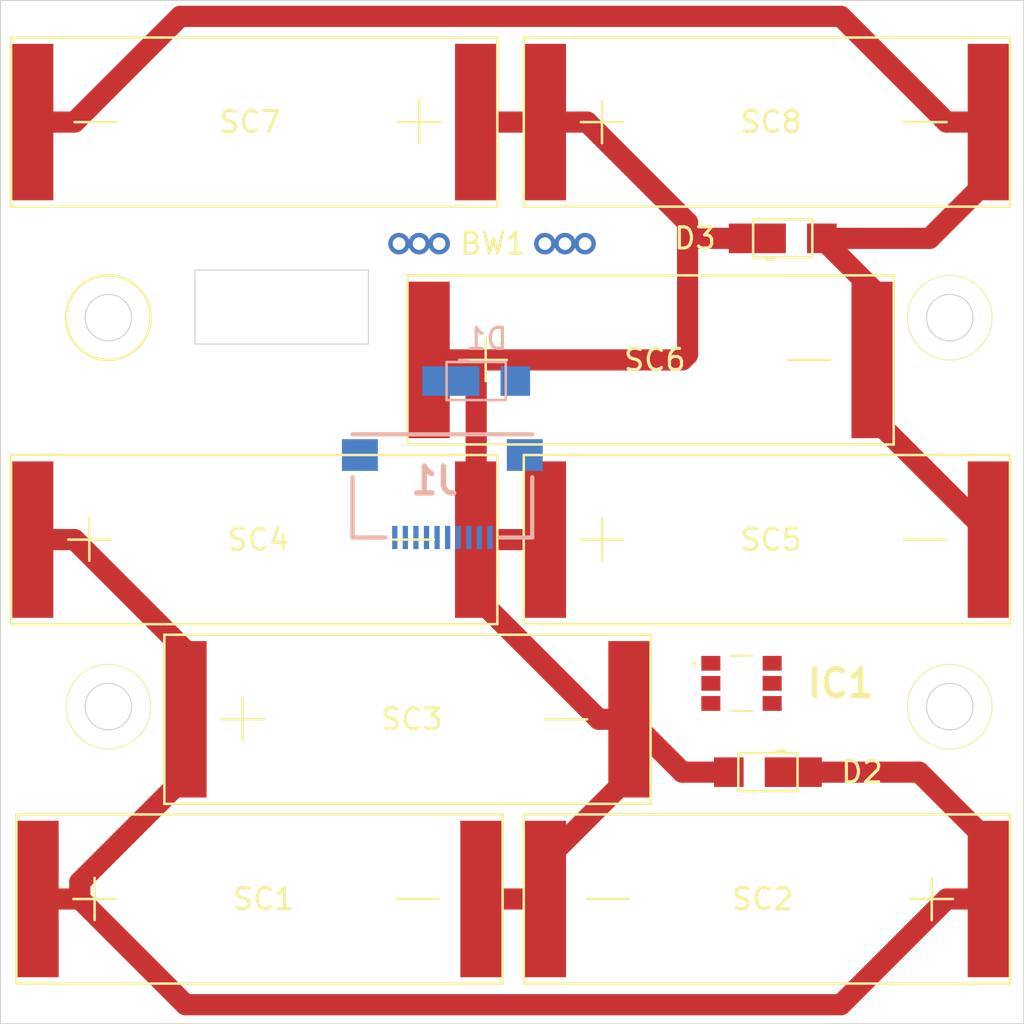
<source format=kicad_pcb>
(kicad_pcb (version 20171130) (host pcbnew "(5.1.4)-1")

  (general
    (thickness 1.6)
    (drawings 16)
    (tracks 54)
    (zones 0)
    (modules 14)
    (nets 27)
  )

  (page A4)
  (layers
    (0 F.Cu signal hide)
    (1 In1.Cu signal)
    (2 In2.Cu signal hide)
    (3 In3.Cu signal hide)
    (4 In4.Cu signal hide)
    (31 B.Cu signal hide)
    (32 B.Adhes user hide)
    (33 F.Adhes user hide)
    (34 B.Paste user hide)
    (35 F.Paste user hide)
    (36 B.SilkS user hide)
    (37 F.SilkS user hide)
    (38 B.Mask user hide)
    (39 F.Mask user hide)
    (40 Dwgs.User user hide)
    (41 Cmts.User user hide)
    (42 Eco1.User user hide)
    (43 Eco2.User user hide)
    (44 Edge.Cuts user)
    (45 Margin user hide)
    (46 B.CrtYd user hide)
    (47 F.CrtYd user hide)
    (48 B.Fab user hide)
    (49 F.Fab user hide)
  )

  (setup
    (last_trace_width 1)
    (user_trace_width 0.127)
    (user_trace_width 0.5)
    (user_trace_width 1)
    (trace_clearance 0.2)
    (zone_clearance 0.508)
    (zone_45_only no)
    (trace_min 0.2)
    (via_size 0.8)
    (via_drill 0.4)
    (via_min_size 0.4)
    (via_min_drill 0.3)
    (uvia_size 0.3)
    (uvia_drill 0.1)
    (uvias_allowed no)
    (uvia_min_size 0.2)
    (uvia_min_drill 0.1)
    (edge_width 0.05)
    (segment_width 0.2)
    (pcb_text_width 0.3)
    (pcb_text_size 1.5 1.5)
    (mod_edge_width 0.12)
    (mod_text_size 1 1)
    (mod_text_width 0.15)
    (pad_size 2.7 1.4)
    (pad_drill 0)
    (pad_to_mask_clearance 0.051)
    (solder_mask_min_width 0.25)
    (aux_axis_origin 0 0)
    (visible_elements 7FFFF7FF)
    (pcbplotparams
      (layerselection 0x010fc_ffffffff)
      (usegerberextensions false)
      (usegerberattributes false)
      (usegerberadvancedattributes false)
      (creategerberjobfile false)
      (excludeedgelayer true)
      (linewidth 0.100000)
      (plotframeref false)
      (viasonmask false)
      (mode 1)
      (useauxorigin false)
      (hpglpennumber 1)
      (hpglpenspeed 20)
      (hpglpendiameter 15.000000)
      (psnegative false)
      (psa4output false)
      (plotreference true)
      (plotvalue true)
      (plotinvisibletext false)
      (padsonsilk false)
      (subtractmaskfromsilk false)
      (outputformat 1)
      (mirror false)
      (drillshape 1)
      (scaleselection 1)
      (outputdirectory ""))
  )

  (net 0 "")
  (net 1 "Net-(D1-Pad2)")
  (net 2 "Net-(D1-Pad1)")
  (net 3 "Net-(BW1-Pad200)")
  (net 4 "Net-(BW1-Pad20)")
  (net 5 "Net-(BW1-Pad100)")
  (net 6 "Net-(BW1-Pad10)")
  (net 7 "Net-(BW1-Pad2)")
  (net 8 "Net-(BW1-Pad1)")
  (net 9 "Net-(D2-Pad2)")
  (net 10 "Net-(D3-Pad2)")
  (net 11 "Net-(IC1-Pad6)")
  (net 12 "Net-(IC1-Pad5)")
  (net 13 "Net-(IC1-Pad4)")
  (net 14 "Net-(IC1-Pad3)")
  (net 15 "Net-(IC1-Pad2)")
  (net 16 "Net-(IC1-Pad1)")
  (net 17 "Net-(J1-Pad1)")
  (net 18 "Net-(J1-Pad2)")
  (net 19 "Net-(J1-Pad3)")
  (net 20 "Net-(J1-Pad4)")
  (net 21 "Net-(J1-Pad5)")
  (net 22 "Net-(J1-Pad6)")
  (net 23 "Net-(J1-Pad7)")
  (net 24 "Net-(J1-Pad8)")
  (net 25 "Net-(J1-Pad9)")
  (net 26 "Net-(J1-Pad10)")

  (net_class Default "This is the default net class."
    (clearance 0.2)
    (trace_width 0.25)
    (via_dia 0.8)
    (via_drill 0.4)
    (uvia_dia 0.3)
    (uvia_drill 0.1)
    (add_net "Net-(BW1-Pad1)")
    (add_net "Net-(BW1-Pad10)")
    (add_net "Net-(BW1-Pad100)")
    (add_net "Net-(BW1-Pad2)")
    (add_net "Net-(BW1-Pad20)")
    (add_net "Net-(BW1-Pad200)")
    (add_net "Net-(D1-Pad1)")
    (add_net "Net-(D1-Pad2)")
    (add_net "Net-(D2-Pad2)")
    (add_net "Net-(D3-Pad2)")
    (add_net "Net-(IC1-Pad1)")
    (add_net "Net-(IC1-Pad2)")
    (add_net "Net-(IC1-Pad3)")
    (add_net "Net-(IC1-Pad4)")
    (add_net "Net-(IC1-Pad5)")
    (add_net "Net-(IC1-Pad6)")
    (add_net "Net-(J1-Pad1)")
    (add_net "Net-(J1-Pad10)")
    (add_net "Net-(J1-Pad2)")
    (add_net "Net-(J1-Pad3)")
    (add_net "Net-(J1-Pad4)")
    (add_net "Net-(J1-Pad5)")
    (add_net "Net-(J1-Pad6)")
    (add_net "Net-(J1-Pad7)")
    (add_net "Net-(J1-Pad8)")
    (add_net "Net-(J1-Pad9)")
  )

  (module SolarCellParts:KXOB25-05X3F (layer F.Cu) (tedit 5DADF49B) (tstamp 5DB114EA)
    (at 115.75 45.75)
    (path /5DB1477B)
    (fp_text reference SC8 (at 10.7 0) (layer F.SilkS)
      (effects (font (size 1 1) (thickness 0.15)))
    )
    (fp_text value SolarCell (at 10.3 -5) (layer F.Fab)
      (effects (font (size 1 1) (thickness 0.15)))
    )
    (fp_line (start 17 0) (end 19 0) (layer F.SilkS) (width 0.12))
    (fp_line (start 1.7 0) (end 3.7 0) (layer F.SilkS) (width 0.12))
    (fp_line (start 2.7 -1) (end 2.7 1) (layer F.SilkS) (width 0.12))
    (fp_line (start -1 4) (end -1 -4) (layer F.SilkS) (width 0.12))
    (fp_line (start 22 4) (end -1 4) (layer F.SilkS) (width 0.12))
    (fp_line (start 22 -4) (end 22 4) (layer F.SilkS) (width 0.12))
    (fp_line (start -1 -4) (end 22 -4) (layer F.SilkS) (width 0.12))
    (pad 2 smd rect (at 21 0) (size 2 7.4) (layers F.Cu F.Paste F.Mask)
      (net 10 "Net-(D3-Pad2)"))
    (pad 1 smd rect (at 0 0) (size 2 7.4) (layers F.Cu F.Paste F.Mask)
      (net 9 "Net-(D2-Pad2)"))
  )

  (module SolarCellParts:KXOB25-05X3F (layer F.Cu) (tedit 5DADF49B) (tstamp 5DB114DD)
    (at 112.5 45.75 180)
    (path /5DB1443E)
    (fp_text reference SC7 (at 10.7 0) (layer F.SilkS)
      (effects (font (size 1 1) (thickness 0.15)))
    )
    (fp_text value SolarCell (at 10.3 -5) (layer F.Fab)
      (effects (font (size 1 1) (thickness 0.15)))
    )
    (fp_line (start 17 0) (end 19 0) (layer F.SilkS) (width 0.12))
    (fp_line (start 1.7 0) (end 3.7 0) (layer F.SilkS) (width 0.12))
    (fp_line (start 2.7 -1) (end 2.7 1) (layer F.SilkS) (width 0.12))
    (fp_line (start -1 4) (end -1 -4) (layer F.SilkS) (width 0.12))
    (fp_line (start 22 4) (end -1 4) (layer F.SilkS) (width 0.12))
    (fp_line (start 22 -4) (end 22 4) (layer F.SilkS) (width 0.12))
    (fp_line (start -1 -4) (end 22 -4) (layer F.SilkS) (width 0.12))
    (pad 2 smd rect (at 21 0 180) (size 2 7.4) (layers F.Cu F.Paste F.Mask)
      (net 10 "Net-(D3-Pad2)"))
    (pad 1 smd rect (at 0 0 180) (size 2 7.4) (layers F.Cu F.Paste F.Mask)
      (net 9 "Net-(D2-Pad2)"))
  )

  (module SolarCellParts:KXOB25-05X3F (layer F.Cu) (tedit 5DADF49B) (tstamp 5DB114D0)
    (at 110.25 57)
    (path /5DB1416C)
    (fp_text reference SC6 (at 10.7 0) (layer F.SilkS)
      (effects (font (size 1 1) (thickness 0.15)))
    )
    (fp_text value SolarCell (at 10.3 -5) (layer F.Fab)
      (effects (font (size 1 1) (thickness 0.15)))
    )
    (fp_line (start 17 0) (end 19 0) (layer F.SilkS) (width 0.12))
    (fp_line (start 1.7 0) (end 3.7 0) (layer F.SilkS) (width 0.12))
    (fp_line (start 2.7 -1) (end 2.7 1) (layer F.SilkS) (width 0.12))
    (fp_line (start -1 4) (end -1 -4) (layer F.SilkS) (width 0.12))
    (fp_line (start 22 4) (end -1 4) (layer F.SilkS) (width 0.12))
    (fp_line (start 22 -4) (end 22 4) (layer F.SilkS) (width 0.12))
    (fp_line (start -1 -4) (end 22 -4) (layer F.SilkS) (width 0.12))
    (pad 2 smd rect (at 21 0) (size 2 7.4) (layers F.Cu F.Paste F.Mask)
      (net 10 "Net-(D3-Pad2)"))
    (pad 1 smd rect (at 0 0) (size 2 7.4) (layers F.Cu F.Paste F.Mask)
      (net 9 "Net-(D2-Pad2)"))
  )

  (module SolarCellParts:KXOB25-05X3F (layer F.Cu) (tedit 5DADF49B) (tstamp 5DB114C3)
    (at 115.75 65.5)
    (path /5DB13ECF)
    (fp_text reference SC5 (at 10.7 0) (layer F.SilkS)
      (effects (font (size 1 1) (thickness 0.15)))
    )
    (fp_text value SolarCell (at 10.3 -5) (layer F.Fab)
      (effects (font (size 1 1) (thickness 0.15)))
    )
    (fp_line (start 17 0) (end 19 0) (layer F.SilkS) (width 0.12))
    (fp_line (start 1.7 0) (end 3.7 0) (layer F.SilkS) (width 0.12))
    (fp_line (start 2.7 -1) (end 2.7 1) (layer F.SilkS) (width 0.12))
    (fp_line (start -1 4) (end -1 -4) (layer F.SilkS) (width 0.12))
    (fp_line (start 22 4) (end -1 4) (layer F.SilkS) (width 0.12))
    (fp_line (start 22 -4) (end 22 4) (layer F.SilkS) (width 0.12))
    (fp_line (start -1 -4) (end 22 -4) (layer F.SilkS) (width 0.12))
    (pad 2 smd rect (at 21 0) (size 2 7.4) (layers F.Cu F.Paste F.Mask)
      (net 10 "Net-(D3-Pad2)"))
    (pad 1 smd rect (at 0 0) (size 2 7.4) (layers F.Cu F.Paste F.Mask)
      (net 9 "Net-(D2-Pad2)"))
  )

  (module SolarCellParts:KXOB25-05X3F (layer F.Cu) (tedit 5DADF49B) (tstamp 5DB114B6)
    (at 91.5 65.5)
    (path /5DB13B49)
    (fp_text reference SC4 (at 10.7 0) (layer F.SilkS)
      (effects (font (size 1 1) (thickness 0.15)))
    )
    (fp_text value SolarCell (at 10.3 -5) (layer F.Fab)
      (effects (font (size 1 1) (thickness 0.15)))
    )
    (fp_line (start 17 0) (end 19 0) (layer F.SilkS) (width 0.12))
    (fp_line (start 1.7 0) (end 3.7 0) (layer F.SilkS) (width 0.12))
    (fp_line (start 2.7 -1) (end 2.7 1) (layer F.SilkS) (width 0.12))
    (fp_line (start -1 4) (end -1 -4) (layer F.SilkS) (width 0.12))
    (fp_line (start 22 4) (end -1 4) (layer F.SilkS) (width 0.12))
    (fp_line (start 22 -4) (end 22 4) (layer F.SilkS) (width 0.12))
    (fp_line (start -1 -4) (end 22 -4) (layer F.SilkS) (width 0.12))
    (pad 2 smd rect (at 21 0) (size 2 7.4) (layers F.Cu F.Paste F.Mask)
      (net 9 "Net-(D2-Pad2)"))
    (pad 1 smd rect (at 0 0) (size 2 7.4) (layers F.Cu F.Paste F.Mask)
      (net 1 "Net-(D1-Pad2)"))
  )

  (module SolarCellParts:KXOB25-05X3F (layer F.Cu) (tedit 5DADF49B) (tstamp 5DB114A9)
    (at 98.75 74)
    (path /5DB137EF)
    (fp_text reference SC3 (at 10.7 0) (layer F.SilkS)
      (effects (font (size 1 1) (thickness 0.15)))
    )
    (fp_text value SolarCell (at 10.3 -5) (layer F.Fab)
      (effects (font (size 1 1) (thickness 0.15)))
    )
    (fp_line (start 17 0) (end 19 0) (layer F.SilkS) (width 0.12))
    (fp_line (start 1.7 0) (end 3.7 0) (layer F.SilkS) (width 0.12))
    (fp_line (start 2.7 -1) (end 2.7 1) (layer F.SilkS) (width 0.12))
    (fp_line (start -1 4) (end -1 -4) (layer F.SilkS) (width 0.12))
    (fp_line (start 22 4) (end -1 4) (layer F.SilkS) (width 0.12))
    (fp_line (start 22 -4) (end 22 4) (layer F.SilkS) (width 0.12))
    (fp_line (start -1 -4) (end 22 -4) (layer F.SilkS) (width 0.12))
    (pad 2 smd rect (at 21 0) (size 2 7.4) (layers F.Cu F.Paste F.Mask)
      (net 9 "Net-(D2-Pad2)"))
    (pad 1 smd rect (at 0 0) (size 2 7.4) (layers F.Cu F.Paste F.Mask)
      (net 1 "Net-(D1-Pad2)"))
  )

  (module SolarCellParts:KXOB25-05X3F (layer F.Cu) (tedit 5DADF49B) (tstamp 5DB1149C)
    (at 136.75 82.5 180)
    (path /5DB1357D)
    (fp_text reference SC2 (at 10.7 0) (layer F.SilkS)
      (effects (font (size 1 1) (thickness 0.15)))
    )
    (fp_text value SolarCell (at 10.3 -5) (layer F.Fab)
      (effects (font (size 1 1) (thickness 0.15)))
    )
    (fp_line (start 17 0) (end 19 0) (layer F.SilkS) (width 0.12))
    (fp_line (start 1.7 0) (end 3.7 0) (layer F.SilkS) (width 0.12))
    (fp_line (start 2.7 -1) (end 2.7 1) (layer F.SilkS) (width 0.12))
    (fp_line (start -1 4) (end -1 -4) (layer F.SilkS) (width 0.12))
    (fp_line (start 22 4) (end -1 4) (layer F.SilkS) (width 0.12))
    (fp_line (start 22 -4) (end 22 4) (layer F.SilkS) (width 0.12))
    (fp_line (start -1 -4) (end 22 -4) (layer F.SilkS) (width 0.12))
    (pad 2 smd rect (at 21 0 180) (size 2 7.4) (layers F.Cu F.Paste F.Mask)
      (net 9 "Net-(D2-Pad2)"))
    (pad 1 smd rect (at 0 0 180) (size 2 7.4) (layers F.Cu F.Paste F.Mask)
      (net 1 "Net-(D1-Pad2)"))
  )

  (module SolarCellParts:KXOB25-05X3F (layer F.Cu) (tedit 5DADF49B) (tstamp 5DB11240)
    (at 91.75 82.5)
    (path /5DB1295A)
    (fp_text reference SC1 (at 10.7 0) (layer F.SilkS)
      (effects (font (size 1 1) (thickness 0.15)))
    )
    (fp_text value SolarCell (at 10.3 -5) (layer F.Fab)
      (effects (font (size 1 1) (thickness 0.15)))
    )
    (fp_line (start 17 0) (end 19 0) (layer F.SilkS) (width 0.12))
    (fp_line (start 1.7 0) (end 3.7 0) (layer F.SilkS) (width 0.12))
    (fp_line (start 2.7 -1) (end 2.7 1) (layer F.SilkS) (width 0.12))
    (fp_line (start -1 4) (end -1 -4) (layer F.SilkS) (width 0.12))
    (fp_line (start 22 4) (end -1 4) (layer F.SilkS) (width 0.12))
    (fp_line (start 22 -4) (end 22 4) (layer F.SilkS) (width 0.12))
    (fp_line (start -1 -4) (end 22 -4) (layer F.SilkS) (width 0.12))
    (pad 2 smd rect (at 21 0) (size 2 7.4) (layers F.Cu F.Paste F.Mask)
      (net 9 "Net-(D2-Pad2)"))
    (pad 1 smd rect (at 0 0) (size 2 7.4) (layers F.Cu F.Paste F.Mask)
      (net 1 "Net-(D1-Pad2)"))
  )

  (module misc-circuits:XF2M-1015-1A (layer B.Cu) (tedit 0) (tstamp 5DB111E4)
    (at 110.9 65.4)
    (descr XF2M-1015-1A)
    (tags Connector)
    (path /5DB1ACD6)
    (attr smd)
    (fp_text reference J1 (at -0.37186 -2.68404) (layer B.SilkS)
      (effects (font (size 1.27 1.27) (thickness 0.254)) (justify mirror))
    )
    (fp_text value symbols_XF2M-1015-1A (at -0.37186 -2.68404) (layer B.SilkS) hide
      (effects (font (size 1.27 1.27) (thickness 0.254)) (justify mirror))
    )
    (fp_text user %R (at -0.37186 -2.68404) (layer B.Fab)
      (effects (font (size 1.27 1.27) (thickness 0.254)) (justify mirror))
    )
    (fp_line (start -4.25 0) (end 4.25 0) (layer B.Fab) (width 0.2))
    (fp_line (start 4.25 0) (end 4.25 -4.88) (layer B.Fab) (width 0.2))
    (fp_line (start 4.25 -4.88) (end -4.25 -4.88) (layer B.Fab) (width 0.2))
    (fp_line (start -4.25 -4.88) (end -4.25 0) (layer B.Fab) (width 0.2))
    (fp_line (start -4.25 -4.88) (end 4.25 -4.88) (layer B.SilkS) (width 0.2))
    (fp_line (start -4.25 0) (end -4.25 -2.85) (layer B.SilkS) (width 0.2))
    (fp_line (start 4.25 0) (end 4.25 -2.85) (layer B.SilkS) (width 0.2))
    (fp_line (start -4.25 0) (end -2.7 0) (layer B.SilkS) (width 0.2))
    (fp_line (start 4.25 0) (end 2.7 0) (layer B.SilkS) (width 0.2))
    (pad 1 smd rect (at -2.25 0) (size 0.25 1.1) (layers B.Cu B.Paste B.Mask)
      (net 17 "Net-(J1-Pad1)"))
    (pad 2 smd rect (at -1.75 0) (size 0.25 1.1) (layers B.Cu B.Paste B.Mask)
      (net 18 "Net-(J1-Pad2)"))
    (pad 3 smd rect (at -1.25 0) (size 0.25 1.1) (layers B.Cu B.Paste B.Mask)
      (net 19 "Net-(J1-Pad3)"))
    (pad 4 smd rect (at -0.75 0) (size 0.25 1.1) (layers B.Cu B.Paste B.Mask)
      (net 20 "Net-(J1-Pad4)"))
    (pad 5 smd rect (at -0.25 0) (size 0.25 1.1) (layers B.Cu B.Paste B.Mask)
      (net 21 "Net-(J1-Pad5)"))
    (pad 6 smd rect (at 0.25 0) (size 0.25 1.1) (layers B.Cu B.Paste B.Mask)
      (net 22 "Net-(J1-Pad6)"))
    (pad 7 smd rect (at 0.75 0) (size 0.25 1.1) (layers B.Cu B.Paste B.Mask)
      (net 23 "Net-(J1-Pad7)"))
    (pad 8 smd rect (at 1.25 0) (size 0.25 1.1) (layers B.Cu B.Paste B.Mask)
      (net 24 "Net-(J1-Pad8)"))
    (pad 9 smd rect (at 1.75 0) (size 0.25 1.1) (layers B.Cu B.Paste B.Mask)
      (net 25 "Net-(J1-Pad9)"))
    (pad 10 smd rect (at 2.25 0) (size 0.25 1.1) (layers B.Cu B.Paste B.Mask)
      (net 26 "Net-(J1-Pad10)"))
    (pad 11 smd rect (at -3.9 -3.9 270) (size 1.5 1.7) (layers B.Cu B.Paste B.Mask))
    (pad 12 smd rect (at 3.9 -3.9 270) (size 1.5 1.7) (layers B.Cu B.Paste B.Mask))
    (model XF2M-1015-1A.stp
      (at (xyz 0 0 0))
      (scale (xyz 1 1 1))
      (rotate (xyz 0 0 0))
    )
  )

  (module misc-circuits:TSL2561 (layer F.Cu) (tedit 0) (tstamp 5DB11144)
    (at 125.05 72.3)
    (descr TSL2561-2)
    (tags "Integrated Circuit")
    (path /5DB20433)
    (attr smd)
    (fp_text reference IC1 (at 4.7 0) (layer F.SilkS)
      (effects (font (size 1.27 1.27) (thickness 0.254)))
    )
    (fp_text value " " (at 2.8 -3) (layer F.SilkS) hide
      (effects (font (size 1.27 1.27) (thickness 0.254)))
    )
    (fp_arc (start -2.25 -0.95) (end -2.3 -0.95) (angle -180) (layer F.SilkS) (width 0.1))
    (fp_arc (start -2.25 -0.95) (end -2.2 -0.95) (angle -180) (layer F.SilkS) (width 0.1))
    (fp_line (start -2.3 -0.95) (end -2.3 -0.95) (layer F.SilkS) (width 0.1))
    (fp_line (start -2.2 -0.95) (end -2.2 -0.95) (layer F.SilkS) (width 0.1))
    (fp_line (start -0.5 1.3) (end 0.5 1.307) (layer F.SilkS) (width 0.1))
    (fp_line (start -0.5 -1.3) (end 0.5 -1.303) (layer F.SilkS) (width 0.1))
    (fp_line (start -2.5 1.907) (end -2.5 -1.903) (layer F.CrtYd) (width 0.1))
    (fp_line (start 2.5 1.907) (end -2.5 1.907) (layer F.CrtYd) (width 0.1))
    (fp_line (start 2.5 -1.903) (end 2.5 1.907) (layer F.CrtYd) (width 0.1))
    (fp_line (start -2.5 -1.903) (end 2.5 -1.903) (layer F.CrtYd) (width 0.1))
    (fp_line (start -1.9 1.3) (end -1.9 -1.3) (layer F.Fab) (width 0.2))
    (fp_line (start 1.9 1.3) (end -1.9 1.3) (layer F.Fab) (width 0.2))
    (fp_line (start 1.9 -1.3) (end 1.9 1.3) (layer F.Fab) (width 0.2))
    (fp_line (start -1.9 -1.3) (end 1.9 -1.3) (layer F.Fab) (width 0.2))
    (fp_text user %R (at 6.45 -1.75) (layer F.Fab) hide
      (effects (font (size 1.27 1.27) (thickness 0.254)))
    )
    (pad 6 smd rect (at 1.45 -0.95 90) (size 0.7 0.9) (layers F.Cu F.Paste F.Mask)
      (net 11 "Net-(IC1-Pad6)"))
    (pad 5 smd rect (at 1.45 0 90) (size 0.7 0.9) (layers F.Cu F.Paste F.Mask)
      (net 12 "Net-(IC1-Pad5)"))
    (pad 4 smd rect (at 1.45 0.95 90) (size 0.7 0.9) (layers F.Cu F.Paste F.Mask)
      (net 13 "Net-(IC1-Pad4)"))
    (pad 3 smd rect (at -1.45 0.95 90) (size 0.7 0.9) (layers F.Cu F.Paste F.Mask)
      (net 14 "Net-(IC1-Pad3)"))
    (pad 2 smd rect (at -1.45 0 90) (size 0.7 0.9) (layers F.Cu F.Paste F.Mask)
      (net 15 "Net-(IC1-Pad2)"))
    (pad 1 smd rect (at -1.45 -0.95 90) (size 0.7 0.9) (layers F.Cu F.Paste F.Mask)
      (net 16 "Net-(IC1-Pad1)"))
    (model TSL2561.stp
      (at (xyz 0 0 0))
      (scale (xyz 1 1 1))
      (rotate (xyz 0 0 0))
    )
  )

  (module "SolarCellParts:SB Diode" (layer F.Cu) (tedit 5DADF414) (tstamp 5DB1119C)
    (at 127 51.25)
    (path /5DB16650)
    (fp_text reference D3 (at -4.15 0) (layer F.SilkS)
      (effects (font (size 1 1) (thickness 0.15)))
    )
    (fp_text value SBDiode (at 0 -1.8) (layer F.Fab)
      (effects (font (size 1 1) (thickness 0.15)))
    )
    (fp_line (start -0.8 1) (end -0.4 1) (layer F.SilkS) (width 0.12))
    (fp_line (start -1.4 -0.9) (end 1.4 -0.9) (layer F.SilkS) (width 0.12))
    (fp_line (start -1.4 0.9) (end -1.4 -0.9) (layer F.SilkS) (width 0.12))
    (fp_line (start 1.4 0.9) (end -1.4 0.9) (layer F.SilkS) (width 0.12))
    (fp_line (start 1.4 -0.9) (end 1.4 0.9) (layer F.SilkS) (width 0.12))
    (pad 2 smd rect (at 1.85 0) (size 1.4 1.4) (layers F.Cu F.Paste F.Mask)
      (net 10 "Net-(D3-Pad2)"))
    (pad 1 smd rect (at -1.2 0) (size 2.7 1.4) (layers F.Cu F.Paste F.Mask)
      (net 9 "Net-(D2-Pad2)"))
  )

  (module "SolarCellParts:SB Diode" (layer F.Cu) (tedit 5DADF414) (tstamp 5DB11220)
    (at 126.3 76.5 180)
    (path /5DB149D8)
    (fp_text reference D2 (at -4.45 0) (layer F.SilkS)
      (effects (font (size 1 1) (thickness 0.15)))
    )
    (fp_text value SBDiode (at 0 -1.8) (layer F.Fab)
      (effects (font (size 1 1) (thickness 0.15)))
    )
    (fp_line (start -0.8 1) (end -0.4 1) (layer F.SilkS) (width 0.12))
    (fp_line (start -1.4 -0.9) (end 1.4 -0.9) (layer F.SilkS) (width 0.12))
    (fp_line (start -1.4 0.9) (end -1.4 -0.9) (layer F.SilkS) (width 0.12))
    (fp_line (start 1.4 0.9) (end -1.4 0.9) (layer F.SilkS) (width 0.12))
    (fp_line (start 1.4 -0.9) (end 1.4 0.9) (layer F.SilkS) (width 0.12))
    (pad 2 smd rect (at 1.85 0 180) (size 1.4 1.4) (layers F.Cu F.Paste F.Mask)
      (net 9 "Net-(D2-Pad2)"))
    (pad 1 smd rect (at -1.2 0 180) (size 2.7 1.4) (layers F.Cu F.Paste F.Mask)
      (net 1 "Net-(D1-Pad2)"))
  )

  (module "SolarCellParts:SB Diode" (layer B.Cu) (tedit 5DADF414) (tstamp 5DB1117E)
    (at 112.5 58)
    (path /5DB1BFED)
    (fp_text reference D1 (at 0.5 -2) (layer B.SilkS)
      (effects (font (size 1 1) (thickness 0.15)) (justify mirror))
    )
    (fp_text value SBDiode (at 0 1.8) (layer B.Fab)
      (effects (font (size 1 1) (thickness 0.15)) (justify mirror))
    )
    (fp_line (start -0.8 -1) (end -0.4 -1) (layer B.SilkS) (width 0.12))
    (fp_line (start -1.4 0.9) (end 1.4 0.9) (layer B.SilkS) (width 0.12))
    (fp_line (start -1.4 -0.9) (end -1.4 0.9) (layer B.SilkS) (width 0.12))
    (fp_line (start 1.4 -0.9) (end -1.4 -0.9) (layer B.SilkS) (width 0.12))
    (fp_line (start 1.4 0.9) (end 1.4 -0.9) (layer B.SilkS) (width 0.12))
    (pad 2 smd rect (at 1.85 0) (size 1.4 1.4) (layers B.Cu B.Paste B.Mask)
      (net 1 "Net-(D1-Pad2)"))
    (pad 1 smd rect (at -1.2 0) (size 2.7 1.4) (layers B.Cu B.Paste B.Mask)
      (net 2 "Net-(D1-Pad1)"))
  )

  (module SolarCellParts:Burn-Wire-Rotated (layer F.Cu) (tedit 5DB10639) (tstamp 5DB111B9)
    (at 110.75 51.5)
    (path /5DB1D221)
    (fp_text reference BW1 (at 2.55 0) (layer F.SilkS)
      (effects (font (size 1 1) (thickness 0.15)))
    )
    (fp_text value BurnWire (at -2.3 -3.4) (layer F.Fab)
      (effects (font (size 1 1) (thickness 0.15)))
    )
    (pad 200 thru_hole circle (at 5 0) (size 1.016 1.016) (drill 0.6) (layers *.Cu *.Mask)
      (net 3 "Net-(BW1-Pad200)"))
    (pad 20 thru_hole circle (at 5.95 0) (size 1.016 1.016) (drill 0.6) (layers *.Cu *.Mask)
      (net 4 "Net-(BW1-Pad20)"))
    (pad 100 thru_hole circle (at 0 0) (size 1.016 1.016) (drill 0.6) (layers *.Cu *.Mask)
      (net 5 "Net-(BW1-Pad100)"))
    (pad 10 thru_hole circle (at -0.95 0) (size 1.016 1.016) (drill 0.6) (layers *.Cu *.Mask)
      (net 6 "Net-(BW1-Pad10)"))
    (pad 2 thru_hole circle (at 6.9 0) (size 1.016 1.016) (drill 0.6) (layers *.Cu *.Mask)
      (net 7 "Net-(BW1-Pad2)"))
    (pad 1 thru_hole circle (at -1.9 0) (size 1.016 1.016) (drill 0.6) (layers *.Cu *.Mask)
      (net 8 "Net-(BW1-Pad1)"))
  )

  (gr_line (start 99.2 52.75) (end 99.2 56.25) (layer Edge.Cuts) (width 0.05) (tstamp 5DB17007))
  (gr_line (start 99.2 56.25) (end 107.4 56.25) (layer Edge.Cuts) (width 0.05))
  (gr_line (start 107.4 52.75) (end 107.4 56.25) (layer Edge.Cuts) (width 0.05))
  (gr_line (start 99.2 52.75) (end 107.4 52.75) (layer Edge.Cuts) (width 0.05))
  (gr_circle (center 95.1 73.4) (end 97.1 73.4) (layer F.SilkS) (width 0.05) (tstamp 5DB10EBC))
  (gr_circle (center 134.9 73.4) (end 136.9 73.4) (layer F.SilkS) (width 0.05) (tstamp 5DB10EA8))
  (gr_circle (center 134.9 55) (end 136.9 55) (layer F.SilkS) (width 0.05) (tstamp 5DB10E97))
  (gr_circle (center 95.1 55) (end 97.1 55) (layer F.SilkS) (width 0.12))
  (gr_circle (center 95.1 73.4) (end 96.2 73.4) (layer Edge.Cuts) (width 0.05))
  (gr_circle (center 134.9 73.4) (end 136 73.4) (layer Edge.Cuts) (width 0.05))
  (gr_circle (center 134.9 55) (end 136 55) (layer Edge.Cuts) (width 0.05))
  (gr_circle (center 95.1 55) (end 96.2 55) (layer Edge.Cuts) (width 0.05))
  (gr_line (start 138.4 88.4) (end 90 88.4) (layer Edge.Cuts) (width 0.05))
  (gr_line (start 90 88.4) (end 90 40) (layer Edge.Cuts) (width 0.05) (tstamp 5DAE3ED1))
  (gr_line (start 138.4 40) (end 138.4 88.4) (layer Edge.Cuts) (width 0.05))
  (gr_line (start 90 40) (end 138.4 40) (layer Edge.Cuts) (width 0.05))

  (segment (start 93.75 82.5) (end 98.75 87.5) (width 1) (layer F.Cu) (net 1))
  (segment (start 91.75 82.5) (end 93.75 82.5) (width 1) (layer F.Cu) (net 1))
  (segment (start 134.75 82.5) (end 136.75 82.5) (width 1) (layer F.Cu) (net 1))
  (segment (start 129.75 87.5) (end 134.75 82.5) (width 1) (layer F.Cu) (net 1))
  (segment (start 98.75 87.5) (end 129.75 87.5) (width 1) (layer F.Cu) (net 1))
  (segment (start 98.75 76.7) (end 98.75 74) (width 1) (layer F.Cu) (net 1))
  (segment (start 93.75 81.7) (end 98.75 76.7) (width 1) (layer F.Cu) (net 1))
  (segment (start 93.75 82.5) (end 93.75 81.7) (width 1) (layer F.Cu) (net 1))
  (segment (start 98.75 70.75) (end 98.75 74) (width 1) (layer F.Cu) (net 1))
  (segment (start 93.5 65.5) (end 98.75 70.75) (width 1) (layer F.Cu) (net 1))
  (segment (start 91.5 65.5) (end 93.5 65.5) (width 1) (layer F.Cu) (net 1))
  (segment (start 136.75 79.8) (end 136.75 82.5) (width 1) (layer F.Cu) (net 1))
  (segment (start 133.45 76.5) (end 136.75 79.8) (width 1) (layer F.Cu) (net 1))
  (segment (start 127.5 76.5) (end 133.45 76.5) (width 1) (layer F.Cu) (net 1))
  (segment (start 112.75 82.5) (end 115.75 82.5) (width 1) (layer F.Cu) (net 9))
  (segment (start 115.75 80.7) (end 115.75 82.5) (width 1) (layer F.Cu) (net 9))
  (segment (start 119.75 76.7) (end 115.75 80.7) (width 1) (layer F.Cu) (net 9))
  (segment (start 119.75 74) (end 119.75 76.7) (width 1) (layer F.Cu) (net 9))
  (segment (start 115.75 65.5) (end 112.5 65.5) (width 1) (layer F.Cu) (net 9))
  (segment (start 118.3 74) (end 119.75 74) (width 1) (layer F.Cu) (net 9))
  (segment (start 112.5 68.2) (end 118.3 74) (width 1) (layer F.Cu) (net 9))
  (segment (start 112.5 65.5) (end 112.5 68.2) (width 1) (layer F.Cu) (net 9))
  (segment (start 112.5 45.75) (end 115.75 45.75) (width 1) (layer F.Cu) (net 9))
  (segment (start 117.75 45.75) (end 122.5 50.5) (width 1) (layer F.Cu) (net 9))
  (segment (start 115.75 45.75) (end 117.75 45.75) (width 1) (layer F.Cu) (net 9))
  (segment (start 122.75 51.25) (end 122.5 51) (width 1) (layer F.Cu) (net 9))
  (segment (start 125.8 51.25) (end 122.75 51.25) (width 1) (layer F.Cu) (net 9))
  (segment (start 122.5 50.5) (end 122.5 51) (width 1) (layer F.Cu) (net 9))
  (segment (start 122.5 51) (end 122.5 56.75) (width 1) (layer F.Cu) (net 9))
  (segment (start 122.25 76.5) (end 119.75 74) (width 1) (layer F.Cu) (net 9))
  (segment (start 124.45 76.5) (end 122.25 76.5) (width 1) (layer F.Cu) (net 9))
  (segment (start 112.5 60.8) (end 112.5 65.5) (width 1) (layer F.Cu) (net 9))
  (segment (start 112.5 57.25) (end 112.5 60.8) (width 1) (layer F.Cu) (net 9))
  (segment (start 112.25 57) (end 112.5 57.25) (width 1) (layer F.Cu) (net 9))
  (segment (start 110.25 57) (end 112.25 57) (width 1) (layer F.Cu) (net 9))
  (segment (start 122.25 57) (end 122.5 56.75) (width 1) (layer F.Cu) (net 9))
  (segment (start 112.25 57) (end 122.25 57) (width 1) (layer F.Cu) (net 9))
  (segment (start 93.5 45.75) (end 98.5 40.75) (width 1) (layer F.Cu) (net 10))
  (segment (start 91.5 45.75) (end 93.5 45.75) (width 1) (layer F.Cu) (net 10))
  (segment (start 134.75 45.75) (end 136.75 45.75) (width 1) (layer F.Cu) (net 10))
  (segment (start 129.75 40.75) (end 134.75 45.75) (width 1) (layer F.Cu) (net 10))
  (segment (start 98.5 40.75) (end 129.75 40.75) (width 1) (layer F.Cu) (net 10))
  (segment (start 136.75 65.45) (end 136.75 65.5) (width 1) (layer F.Cu) (net 10))
  (segment (start 131 57) (end 131 59.7) (width 1) (layer F.Cu) (net 10))
  (segment (start 131 54.3) (end 131 57) (width 1) (layer F.Cu) (net 10))
  (segment (start 136.75 45.75) (end 136.75 48.55) (width 1) (layer F.Cu) (net 10))
  (segment (start 136.75 48.45) (end 136.75 45.75) (width 1) (layer F.Cu) (net 10))
  (segment (start 133.95 51.25) (end 136.75 48.45) (width 1) (layer F.Cu) (net 10))
  (segment (start 128.85 51.25) (end 133.95 51.25) (width 1) (layer F.Cu) (net 10))
  (segment (start 131.25 53.65) (end 128.85 51.25) (width 1) (layer F.Cu) (net 10))
  (segment (start 131.25 57) (end 131.25 53.65) (width 1) (layer F.Cu) (net 10))
  (segment (start 136.75 65.2) (end 136.75 65.5) (width 1) (layer F.Cu) (net 10))
  (segment (start 131.25 59.7) (end 136.75 65.2) (width 1) (layer F.Cu) (net 10))
  (segment (start 131.25 57) (end 131.25 59.7) (width 1) (layer F.Cu) (net 10))

)

</source>
